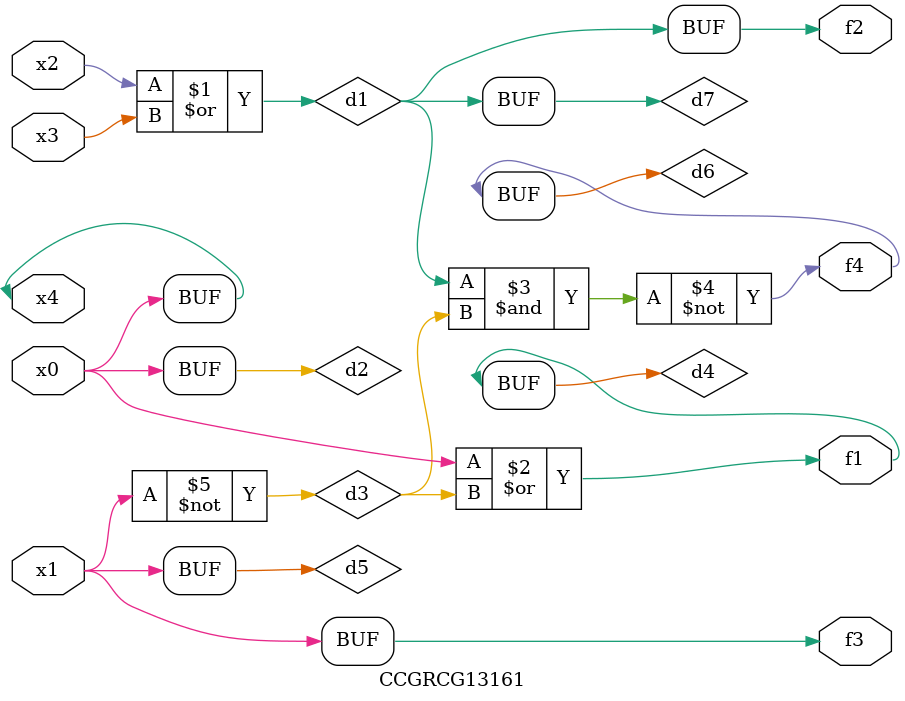
<source format=v>
module CCGRCG13161(
	input x0, x1, x2, x3, x4,
	output f1, f2, f3, f4
);

	wire d1, d2, d3, d4, d5, d6, d7;

	or (d1, x2, x3);
	buf (d2, x0, x4);
	not (d3, x1);
	or (d4, d2, d3);
	not (d5, d3);
	nand (d6, d1, d3);
	or (d7, d1);
	assign f1 = d4;
	assign f2 = d7;
	assign f3 = d5;
	assign f4 = d6;
endmodule

</source>
